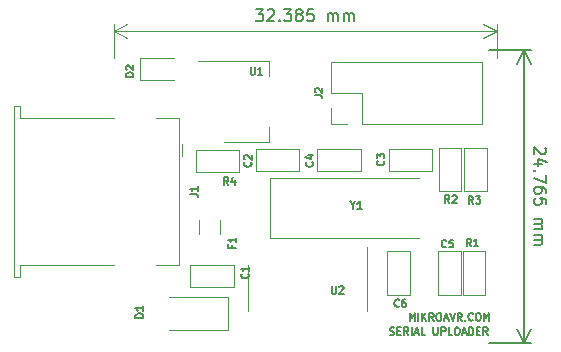
<source format=gbr>
G04 #@! TF.GenerationSoftware,KiCad,Pcbnew,5.1.9-73d0e3b20d~88~ubuntu20.04.1*
G04 #@! TF.CreationDate,2021-01-20T21:34:12+07:00*
G04 #@! TF.ProjectId,ch340G_uploader,63683334-3047-45f7-9570-6c6f61646572,rev?*
G04 #@! TF.SameCoordinates,Original*
G04 #@! TF.FileFunction,Legend,Top*
G04 #@! TF.FilePolarity,Positive*
%FSLAX46Y46*%
G04 Gerber Fmt 4.6, Leading zero omitted, Abs format (unit mm)*
G04 Created by KiCad (PCBNEW 5.1.9-73d0e3b20d~88~ubuntu20.04.1) date 2021-01-20 21:34:12*
%MOMM*%
%LPD*%
G01*
G04 APERTURE LIST*
%ADD10C,0.150000*%
%ADD11C,0.120000*%
%ADD12C,0.158750*%
%ADD13C,0.152400*%
G04 APERTURE END LIST*
D10*
X153949180Y-69199642D02*
X153996800Y-69247261D01*
X154044419Y-69342500D01*
X154044419Y-69580595D01*
X153996800Y-69675833D01*
X153949180Y-69723452D01*
X153853942Y-69771071D01*
X153758704Y-69771071D01*
X153615847Y-69723452D01*
X153044419Y-69152023D01*
X153044419Y-69771071D01*
X153711085Y-70628214D02*
X153044419Y-70628214D01*
X154092038Y-70390119D02*
X153377752Y-70152023D01*
X153377752Y-70771071D01*
X153139657Y-71152023D02*
X153092038Y-71199642D01*
X153044419Y-71152023D01*
X153092038Y-71104404D01*
X153139657Y-71152023D01*
X153044419Y-71152023D01*
X154044419Y-71532976D02*
X154044419Y-72199642D01*
X153044419Y-71771071D01*
X154044419Y-73009166D02*
X154044419Y-72818690D01*
X153996800Y-72723452D01*
X153949180Y-72675833D01*
X153806323Y-72580595D01*
X153615847Y-72532976D01*
X153234895Y-72532976D01*
X153139657Y-72580595D01*
X153092038Y-72628214D01*
X153044419Y-72723452D01*
X153044419Y-72913928D01*
X153092038Y-73009166D01*
X153139657Y-73056785D01*
X153234895Y-73104404D01*
X153472990Y-73104404D01*
X153568228Y-73056785D01*
X153615847Y-73009166D01*
X153663466Y-72913928D01*
X153663466Y-72723452D01*
X153615847Y-72628214D01*
X153568228Y-72580595D01*
X153472990Y-72532976D01*
X154044419Y-74009166D02*
X154044419Y-73532976D01*
X153568228Y-73485357D01*
X153615847Y-73532976D01*
X153663466Y-73628214D01*
X153663466Y-73866309D01*
X153615847Y-73961547D01*
X153568228Y-74009166D01*
X153472990Y-74056785D01*
X153234895Y-74056785D01*
X153139657Y-74009166D01*
X153092038Y-73961547D01*
X153044419Y-73866309D01*
X153044419Y-73628214D01*
X153092038Y-73532976D01*
X153139657Y-73485357D01*
X153044419Y-75247261D02*
X153711085Y-75247261D01*
X153615847Y-75247261D02*
X153663466Y-75294880D01*
X153711085Y-75390119D01*
X153711085Y-75532976D01*
X153663466Y-75628214D01*
X153568228Y-75675833D01*
X153044419Y-75675833D01*
X153568228Y-75675833D02*
X153663466Y-75723452D01*
X153711085Y-75818690D01*
X153711085Y-75961547D01*
X153663466Y-76056785D01*
X153568228Y-76104404D01*
X153044419Y-76104404D01*
X153044419Y-76580595D02*
X153711085Y-76580595D01*
X153615847Y-76580595D02*
X153663466Y-76628214D01*
X153711085Y-76723452D01*
X153711085Y-76866309D01*
X153663466Y-76961547D01*
X153568228Y-77009166D01*
X153044419Y-77009166D01*
X153568228Y-77009166D02*
X153663466Y-77056785D01*
X153711085Y-77152023D01*
X153711085Y-77294880D01*
X153663466Y-77390119D01*
X153568228Y-77437738D01*
X153044419Y-77437738D01*
X152196800Y-60960000D02*
X152196800Y-85725000D01*
X149225000Y-60960000D02*
X152783221Y-60960000D01*
X149225000Y-85725000D02*
X152783221Y-85725000D01*
X152196800Y-85725000D02*
X151610379Y-84598496D01*
X152196800Y-85725000D02*
X152783221Y-84598496D01*
X152196800Y-60960000D02*
X151610379Y-62086504D01*
X152196800Y-60960000D02*
X152783221Y-62086504D01*
X129477023Y-57491380D02*
X130096071Y-57491380D01*
X129762738Y-57872333D01*
X129905595Y-57872333D01*
X130000833Y-57919952D01*
X130048452Y-57967571D01*
X130096071Y-58062809D01*
X130096071Y-58300904D01*
X130048452Y-58396142D01*
X130000833Y-58443761D01*
X129905595Y-58491380D01*
X129619880Y-58491380D01*
X129524642Y-58443761D01*
X129477023Y-58396142D01*
X130477023Y-57586619D02*
X130524642Y-57539000D01*
X130619880Y-57491380D01*
X130857976Y-57491380D01*
X130953214Y-57539000D01*
X131000833Y-57586619D01*
X131048452Y-57681857D01*
X131048452Y-57777095D01*
X131000833Y-57919952D01*
X130429404Y-58491380D01*
X131048452Y-58491380D01*
X131477023Y-58396142D02*
X131524642Y-58443761D01*
X131477023Y-58491380D01*
X131429404Y-58443761D01*
X131477023Y-58396142D01*
X131477023Y-58491380D01*
X131857976Y-57491380D02*
X132477023Y-57491380D01*
X132143690Y-57872333D01*
X132286547Y-57872333D01*
X132381785Y-57919952D01*
X132429404Y-57967571D01*
X132477023Y-58062809D01*
X132477023Y-58300904D01*
X132429404Y-58396142D01*
X132381785Y-58443761D01*
X132286547Y-58491380D01*
X132000833Y-58491380D01*
X131905595Y-58443761D01*
X131857976Y-58396142D01*
X133048452Y-57919952D02*
X132953214Y-57872333D01*
X132905595Y-57824714D01*
X132857976Y-57729476D01*
X132857976Y-57681857D01*
X132905595Y-57586619D01*
X132953214Y-57539000D01*
X133048452Y-57491380D01*
X133238928Y-57491380D01*
X133334166Y-57539000D01*
X133381785Y-57586619D01*
X133429404Y-57681857D01*
X133429404Y-57729476D01*
X133381785Y-57824714D01*
X133334166Y-57872333D01*
X133238928Y-57919952D01*
X133048452Y-57919952D01*
X132953214Y-57967571D01*
X132905595Y-58015190D01*
X132857976Y-58110428D01*
X132857976Y-58300904D01*
X132905595Y-58396142D01*
X132953214Y-58443761D01*
X133048452Y-58491380D01*
X133238928Y-58491380D01*
X133334166Y-58443761D01*
X133381785Y-58396142D01*
X133429404Y-58300904D01*
X133429404Y-58110428D01*
X133381785Y-58015190D01*
X133334166Y-57967571D01*
X133238928Y-57919952D01*
X134334166Y-57491380D02*
X133857976Y-57491380D01*
X133810357Y-57967571D01*
X133857976Y-57919952D01*
X133953214Y-57872333D01*
X134191309Y-57872333D01*
X134286547Y-57919952D01*
X134334166Y-57967571D01*
X134381785Y-58062809D01*
X134381785Y-58300904D01*
X134334166Y-58396142D01*
X134286547Y-58443761D01*
X134191309Y-58491380D01*
X133953214Y-58491380D01*
X133857976Y-58443761D01*
X133810357Y-58396142D01*
X135572261Y-58491380D02*
X135572261Y-57824714D01*
X135572261Y-57919952D02*
X135619880Y-57872333D01*
X135715119Y-57824714D01*
X135857976Y-57824714D01*
X135953214Y-57872333D01*
X136000833Y-57967571D01*
X136000833Y-58491380D01*
X136000833Y-57967571D02*
X136048452Y-57872333D01*
X136143690Y-57824714D01*
X136286547Y-57824714D01*
X136381785Y-57872333D01*
X136429404Y-57967571D01*
X136429404Y-58491380D01*
X136905595Y-58491380D02*
X136905595Y-57824714D01*
X136905595Y-57919952D02*
X136953214Y-57872333D01*
X137048452Y-57824714D01*
X137191309Y-57824714D01*
X137286547Y-57872333D01*
X137334166Y-57967571D01*
X137334166Y-58491380D01*
X137334166Y-57967571D02*
X137381785Y-57872333D01*
X137477023Y-57824714D01*
X137619880Y-57824714D01*
X137715119Y-57872333D01*
X137762738Y-57967571D01*
X137762738Y-58491380D01*
D11*
X117475000Y-59309000D02*
X149860000Y-59309000D01*
X117475000Y-61595000D02*
X117475000Y-58722579D01*
X149860000Y-61595000D02*
X149860000Y-58722579D01*
X149860000Y-59309000D02*
X148733496Y-59895421D01*
X149860000Y-59309000D02*
X148733496Y-58722579D01*
X117475000Y-59309000D02*
X118601504Y-59895421D01*
X117475000Y-59309000D02*
X118601504Y-58722579D01*
D12*
X140827880Y-85029523D02*
X140918595Y-85059761D01*
X141069785Y-85059761D01*
X141130261Y-85029523D01*
X141160500Y-84999285D01*
X141190738Y-84938809D01*
X141190738Y-84878333D01*
X141160500Y-84817857D01*
X141130261Y-84787619D01*
X141069785Y-84757380D01*
X140948833Y-84727142D01*
X140888357Y-84696904D01*
X140858119Y-84666666D01*
X140827880Y-84606190D01*
X140827880Y-84545714D01*
X140858119Y-84485238D01*
X140888357Y-84455000D01*
X140948833Y-84424761D01*
X141100023Y-84424761D01*
X141190738Y-84455000D01*
X141462880Y-84727142D02*
X141674547Y-84727142D01*
X141765261Y-85059761D02*
X141462880Y-85059761D01*
X141462880Y-84424761D01*
X141765261Y-84424761D01*
X142400261Y-85059761D02*
X142188595Y-84757380D01*
X142037404Y-85059761D02*
X142037404Y-84424761D01*
X142279309Y-84424761D01*
X142339785Y-84455000D01*
X142370023Y-84485238D01*
X142400261Y-84545714D01*
X142400261Y-84636428D01*
X142370023Y-84696904D01*
X142339785Y-84727142D01*
X142279309Y-84757380D01*
X142037404Y-84757380D01*
X142672404Y-85059761D02*
X142672404Y-84424761D01*
X142944547Y-84878333D02*
X143246928Y-84878333D01*
X142884071Y-85059761D02*
X143095738Y-84424761D01*
X143307404Y-85059761D01*
X143821452Y-85059761D02*
X143519071Y-85059761D01*
X143519071Y-84424761D01*
X144516928Y-84424761D02*
X144516928Y-84938809D01*
X144547166Y-84999285D01*
X144577404Y-85029523D01*
X144637880Y-85059761D01*
X144758833Y-85059761D01*
X144819309Y-85029523D01*
X144849547Y-84999285D01*
X144879785Y-84938809D01*
X144879785Y-84424761D01*
X145182166Y-85059761D02*
X145182166Y-84424761D01*
X145424071Y-84424761D01*
X145484547Y-84455000D01*
X145514785Y-84485238D01*
X145545023Y-84545714D01*
X145545023Y-84636428D01*
X145514785Y-84696904D01*
X145484547Y-84727142D01*
X145424071Y-84757380D01*
X145182166Y-84757380D01*
X146119547Y-85059761D02*
X145817166Y-85059761D01*
X145817166Y-84424761D01*
X146452166Y-84424761D02*
X146573119Y-84424761D01*
X146633595Y-84455000D01*
X146694071Y-84515476D01*
X146724309Y-84636428D01*
X146724309Y-84848095D01*
X146694071Y-84969047D01*
X146633595Y-85029523D01*
X146573119Y-85059761D01*
X146452166Y-85059761D01*
X146391690Y-85029523D01*
X146331214Y-84969047D01*
X146300976Y-84848095D01*
X146300976Y-84636428D01*
X146331214Y-84515476D01*
X146391690Y-84455000D01*
X146452166Y-84424761D01*
X146966214Y-84878333D02*
X147268595Y-84878333D01*
X146905738Y-85059761D02*
X147117404Y-84424761D01*
X147329071Y-85059761D01*
X147540738Y-85059761D02*
X147540738Y-84424761D01*
X147691928Y-84424761D01*
X147782642Y-84455000D01*
X147843119Y-84515476D01*
X147873357Y-84575952D01*
X147903595Y-84696904D01*
X147903595Y-84787619D01*
X147873357Y-84908571D01*
X147843119Y-84969047D01*
X147782642Y-85029523D01*
X147691928Y-85059761D01*
X147540738Y-85059761D01*
X148175738Y-84727142D02*
X148387404Y-84727142D01*
X148478119Y-85059761D02*
X148175738Y-85059761D01*
X148175738Y-84424761D01*
X148478119Y-84424761D01*
X149113119Y-85059761D02*
X148901452Y-84757380D01*
X148750261Y-85059761D02*
X148750261Y-84424761D01*
X148992166Y-84424761D01*
X149052642Y-84455000D01*
X149082880Y-84485238D01*
X149113119Y-84545714D01*
X149113119Y-84636428D01*
X149082880Y-84696904D01*
X149052642Y-84727142D01*
X148992166Y-84757380D01*
X148750261Y-84757380D01*
X142503071Y-83853261D02*
X142503071Y-83218261D01*
X142714738Y-83671833D01*
X142926404Y-83218261D01*
X142926404Y-83853261D01*
X143228785Y-83853261D02*
X143228785Y-83218261D01*
X143531166Y-83853261D02*
X143531166Y-83218261D01*
X143894023Y-83853261D02*
X143621880Y-83490404D01*
X143894023Y-83218261D02*
X143531166Y-83581119D01*
X144529023Y-83853261D02*
X144317357Y-83550880D01*
X144166166Y-83853261D02*
X144166166Y-83218261D01*
X144408071Y-83218261D01*
X144468547Y-83248500D01*
X144498785Y-83278738D01*
X144529023Y-83339214D01*
X144529023Y-83429928D01*
X144498785Y-83490404D01*
X144468547Y-83520642D01*
X144408071Y-83550880D01*
X144166166Y-83550880D01*
X144922119Y-83218261D02*
X145043071Y-83218261D01*
X145103547Y-83248500D01*
X145164023Y-83308976D01*
X145194261Y-83429928D01*
X145194261Y-83641595D01*
X145164023Y-83762547D01*
X145103547Y-83823023D01*
X145043071Y-83853261D01*
X144922119Y-83853261D01*
X144861642Y-83823023D01*
X144801166Y-83762547D01*
X144770928Y-83641595D01*
X144770928Y-83429928D01*
X144801166Y-83308976D01*
X144861642Y-83248500D01*
X144922119Y-83218261D01*
X145436166Y-83671833D02*
X145738547Y-83671833D01*
X145375690Y-83853261D02*
X145587357Y-83218261D01*
X145799023Y-83853261D01*
X145919976Y-83218261D02*
X146131642Y-83853261D01*
X146343309Y-83218261D01*
X146917833Y-83853261D02*
X146706166Y-83550880D01*
X146554976Y-83853261D02*
X146554976Y-83218261D01*
X146796880Y-83218261D01*
X146857357Y-83248500D01*
X146887595Y-83278738D01*
X146917833Y-83339214D01*
X146917833Y-83429928D01*
X146887595Y-83490404D01*
X146857357Y-83520642D01*
X146796880Y-83550880D01*
X146554976Y-83550880D01*
X147189976Y-83792785D02*
X147220214Y-83823023D01*
X147189976Y-83853261D01*
X147159738Y-83823023D01*
X147189976Y-83792785D01*
X147189976Y-83853261D01*
X147855214Y-83792785D02*
X147824976Y-83823023D01*
X147734261Y-83853261D01*
X147673785Y-83853261D01*
X147583071Y-83823023D01*
X147522595Y-83762547D01*
X147492357Y-83702071D01*
X147462119Y-83581119D01*
X147462119Y-83490404D01*
X147492357Y-83369452D01*
X147522595Y-83308976D01*
X147583071Y-83248500D01*
X147673785Y-83218261D01*
X147734261Y-83218261D01*
X147824976Y-83248500D01*
X147855214Y-83278738D01*
X148248309Y-83218261D02*
X148369261Y-83218261D01*
X148429738Y-83248500D01*
X148490214Y-83308976D01*
X148520452Y-83429928D01*
X148520452Y-83641595D01*
X148490214Y-83762547D01*
X148429738Y-83823023D01*
X148369261Y-83853261D01*
X148248309Y-83853261D01*
X148187833Y-83823023D01*
X148127357Y-83762547D01*
X148097119Y-83641595D01*
X148097119Y-83429928D01*
X148127357Y-83308976D01*
X148187833Y-83248500D01*
X148248309Y-83218261D01*
X148792595Y-83853261D02*
X148792595Y-83218261D01*
X149004261Y-83671833D01*
X149215928Y-83218261D01*
X149215928Y-83853261D01*
D11*
X124388000Y-69408000D02*
X128088000Y-69408000D01*
X124388000Y-71308000D02*
X124388000Y-69408000D01*
X128088000Y-71308000D02*
X124388000Y-71308000D01*
X128088000Y-69408000D02*
X128088000Y-71308000D01*
X119679000Y-63507500D02*
X122539000Y-63507500D01*
X119679000Y-61587500D02*
X119679000Y-63507500D01*
X122539000Y-61587500D02*
X119679000Y-61587500D01*
X149032000Y-69215500D02*
X149032000Y-72915500D01*
X147132000Y-69215500D02*
X149032000Y-69215500D01*
X147132000Y-72915500D02*
X147132000Y-69215500D01*
X149032000Y-72915500D02*
X147132000Y-72915500D01*
X146873000Y-69215500D02*
X146873000Y-72915500D01*
X144973000Y-69215500D02*
X146873000Y-69215500D01*
X144973000Y-72915500D02*
X144973000Y-69215500D01*
X146873000Y-72915500D02*
X144973000Y-72915500D01*
X148905000Y-77984500D02*
X148905000Y-81684500D01*
X147005000Y-77984500D02*
X148905000Y-77984500D01*
X147005000Y-81684500D02*
X147005000Y-77984500D01*
X148905000Y-81684500D02*
X147005000Y-81684500D01*
X140591500Y-81684500D02*
X140591500Y-77984500D01*
X142491500Y-77984500D02*
X142491500Y-81684500D01*
X140591500Y-77984500D02*
X142491500Y-77984500D01*
X142491500Y-81684500D02*
X140591500Y-81684500D01*
X146809500Y-77984500D02*
X146809500Y-81684500D01*
X144909500Y-81684500D02*
X144909500Y-77984500D01*
X146809500Y-81684500D02*
X144909500Y-81684500D01*
X144909500Y-77984500D02*
X146809500Y-77984500D01*
X134690000Y-69281000D02*
X138390000Y-69281000D01*
X138390000Y-71181000D02*
X134690000Y-71181000D01*
X138390000Y-69281000D02*
X138390000Y-71181000D01*
X134690000Y-71181000D02*
X134690000Y-69281000D01*
X144422500Y-71181000D02*
X140722500Y-71181000D01*
X140722500Y-69281000D02*
X144422500Y-69281000D01*
X140722500Y-71181000D02*
X140722500Y-69281000D01*
X144422500Y-69281000D02*
X144422500Y-71181000D01*
X129468000Y-69281000D02*
X133168000Y-69281000D01*
X133168000Y-71181000D02*
X129468000Y-71181000D01*
X133168000Y-69281000D02*
X133168000Y-71181000D01*
X129468000Y-71181000D02*
X129468000Y-69281000D01*
X127643500Y-81023500D02*
X123943500Y-81023500D01*
X123943500Y-79123500D02*
X127643500Y-79123500D01*
X123943500Y-81023500D02*
X123943500Y-79123500D01*
X127643500Y-79123500D02*
X127643500Y-81023500D01*
X128798000Y-81091000D02*
X128798000Y-83041000D01*
X128798000Y-81091000D02*
X128798000Y-79141000D01*
X138918000Y-81091000D02*
X138918000Y-83041000D01*
X138918000Y-81091000D02*
X138918000Y-77641000D01*
X126449500Y-76548064D02*
X126449500Y-75343936D01*
X124629500Y-76548064D02*
X124629500Y-75343936D01*
X109006200Y-65668200D02*
X109006200Y-80168200D01*
X109006200Y-80168200D02*
X109506200Y-80168200D01*
X109506200Y-80168200D02*
X109506200Y-79168200D01*
X109506200Y-79168200D02*
X117506200Y-79168200D01*
X121006200Y-79168200D02*
X123006200Y-79168200D01*
X123006200Y-79168200D02*
X123006200Y-66668200D01*
X123006200Y-66668200D02*
X121006200Y-66668200D01*
X117506200Y-66668200D02*
X109506200Y-66668200D01*
X109506200Y-66668200D02*
X109506200Y-65668200D01*
X109506200Y-65668200D02*
X109006200Y-65668200D01*
X123256200Y-68918200D02*
X123256200Y-69918200D01*
X135830000Y-67179500D02*
X135830000Y-65849500D01*
X137160000Y-67179500D02*
X135830000Y-67179500D01*
X135830000Y-64579500D02*
X135830000Y-61979500D01*
X138430000Y-64579500D02*
X135830000Y-64579500D01*
X138430000Y-67179500D02*
X138430000Y-64579500D01*
X135830000Y-61979500D02*
X148650000Y-61979500D01*
X138430000Y-67179500D02*
X148650000Y-67179500D01*
X148650000Y-67179500D02*
X148650000Y-61979500D01*
X130714000Y-76845000D02*
X143314000Y-76845000D01*
X130714000Y-71745000D02*
X130714000Y-76845000D01*
X143314000Y-71745000D02*
X130714000Y-71745000D01*
X124551000Y-61868000D02*
X130561000Y-61868000D01*
X126801000Y-68688000D02*
X130561000Y-68688000D01*
X130561000Y-61868000D02*
X130561000Y-63128000D01*
X130561000Y-68688000D02*
X130561000Y-67428000D01*
X127095500Y-84608500D02*
X122115500Y-84608500D01*
X127095500Y-81888500D02*
X122115500Y-81888500D01*
X127095500Y-84608500D02*
X127095500Y-81888500D01*
D10*
X127148166Y-72359761D02*
X126936500Y-72057380D01*
X126785309Y-72359761D02*
X126785309Y-71724761D01*
X127027214Y-71724761D01*
X127087690Y-71755000D01*
X127117928Y-71785238D01*
X127148166Y-71845714D01*
X127148166Y-71936428D01*
X127117928Y-71996904D01*
X127087690Y-72027142D01*
X127027214Y-72057380D01*
X126785309Y-72057380D01*
X127692452Y-71936428D02*
X127692452Y-72359761D01*
X127541261Y-71694523D02*
X127390071Y-72148095D01*
X127783166Y-72148095D01*
X119104761Y-63206690D02*
X118469761Y-63206690D01*
X118469761Y-63055500D01*
X118500000Y-62964785D01*
X118560476Y-62904309D01*
X118620952Y-62874071D01*
X118741904Y-62843833D01*
X118832619Y-62843833D01*
X118953571Y-62874071D01*
X119014047Y-62904309D01*
X119074523Y-62964785D01*
X119104761Y-63055500D01*
X119104761Y-63206690D01*
X118530238Y-62601928D02*
X118500000Y-62571690D01*
X118469761Y-62511214D01*
X118469761Y-62360023D01*
X118500000Y-62299547D01*
X118530238Y-62269309D01*
X118590714Y-62239071D01*
X118651190Y-62239071D01*
X118741904Y-62269309D01*
X119104761Y-62632166D01*
X119104761Y-62239071D01*
D13*
X147874566Y-73958561D02*
X147662900Y-73656180D01*
X147511709Y-73958561D02*
X147511709Y-73323561D01*
X147753614Y-73323561D01*
X147814090Y-73353800D01*
X147844328Y-73384038D01*
X147874566Y-73444514D01*
X147874566Y-73535228D01*
X147844328Y-73595704D01*
X147814090Y-73625942D01*
X147753614Y-73656180D01*
X147511709Y-73656180D01*
X148086233Y-73323561D02*
X148479328Y-73323561D01*
X148267661Y-73565466D01*
X148358376Y-73565466D01*
X148418852Y-73595704D01*
X148449090Y-73625942D01*
X148479328Y-73686419D01*
X148479328Y-73837609D01*
X148449090Y-73898085D01*
X148418852Y-73928323D01*
X148358376Y-73958561D01*
X148176947Y-73958561D01*
X148116471Y-73928323D01*
X148086233Y-73898085D01*
X145867966Y-73890461D02*
X145656300Y-73588080D01*
X145505109Y-73890461D02*
X145505109Y-73255461D01*
X145747014Y-73255461D01*
X145807490Y-73285700D01*
X145837728Y-73315938D01*
X145867966Y-73376414D01*
X145867966Y-73467128D01*
X145837728Y-73527604D01*
X145807490Y-73557842D01*
X145747014Y-73588080D01*
X145505109Y-73588080D01*
X146109871Y-73315938D02*
X146140109Y-73285700D01*
X146200585Y-73255461D01*
X146351776Y-73255461D01*
X146412252Y-73285700D01*
X146442490Y-73315938D01*
X146472728Y-73376414D01*
X146472728Y-73436890D01*
X146442490Y-73527604D01*
X146079633Y-73890461D01*
X146472728Y-73890461D01*
X147701566Y-77551961D02*
X147489900Y-77249580D01*
X147338709Y-77551961D02*
X147338709Y-76916961D01*
X147580614Y-76916961D01*
X147641090Y-76947200D01*
X147671328Y-76977438D01*
X147701566Y-77037914D01*
X147701566Y-77128628D01*
X147671328Y-77189104D01*
X147641090Y-77219342D01*
X147580614Y-77249580D01*
X147338709Y-77249580D01*
X148306328Y-77551961D02*
X147943471Y-77551961D01*
X148124900Y-77551961D02*
X148124900Y-76916961D01*
X148064423Y-77007676D01*
X148003947Y-77068152D01*
X147943471Y-77098390D01*
X141600766Y-82624385D02*
X141570528Y-82654623D01*
X141479814Y-82684861D01*
X141419338Y-82684861D01*
X141328623Y-82654623D01*
X141268147Y-82594147D01*
X141237909Y-82533671D01*
X141207671Y-82412719D01*
X141207671Y-82322004D01*
X141237909Y-82201052D01*
X141268147Y-82140576D01*
X141328623Y-82080100D01*
X141419338Y-82049861D01*
X141479814Y-82049861D01*
X141570528Y-82080100D01*
X141600766Y-82110338D01*
X142145052Y-82049861D02*
X142024100Y-82049861D01*
X141963623Y-82080100D01*
X141933385Y-82110338D01*
X141872909Y-82201052D01*
X141842671Y-82322004D01*
X141842671Y-82563909D01*
X141872909Y-82624385D01*
X141903147Y-82654623D01*
X141963623Y-82684861D01*
X142084576Y-82684861D01*
X142145052Y-82654623D01*
X142175290Y-82624385D01*
X142205528Y-82563909D01*
X142205528Y-82412719D01*
X142175290Y-82352242D01*
X142145052Y-82322004D01*
X142084576Y-82291766D01*
X141963623Y-82291766D01*
X141903147Y-82322004D01*
X141872909Y-82352242D01*
X141842671Y-82412719D01*
X145606066Y-77591485D02*
X145575828Y-77621723D01*
X145485114Y-77651961D01*
X145424638Y-77651961D01*
X145333923Y-77621723D01*
X145273447Y-77561247D01*
X145243209Y-77500771D01*
X145212971Y-77379819D01*
X145212971Y-77289104D01*
X145243209Y-77168152D01*
X145273447Y-77107676D01*
X145333923Y-77047200D01*
X145424638Y-77016961D01*
X145485114Y-77016961D01*
X145575828Y-77047200D01*
X145606066Y-77077438D01*
X146180590Y-77016961D02*
X145878209Y-77016961D01*
X145847971Y-77319342D01*
X145878209Y-77289104D01*
X145938685Y-77258866D01*
X146089876Y-77258866D01*
X146150352Y-77289104D01*
X146180590Y-77319342D01*
X146210828Y-77379819D01*
X146210828Y-77531009D01*
X146180590Y-77591485D01*
X146150352Y-77621723D01*
X146089876Y-77651961D01*
X145938685Y-77651961D01*
X145878209Y-77621723D01*
X145847971Y-77591485D01*
X134262585Y-70413033D02*
X134292823Y-70443271D01*
X134323061Y-70533985D01*
X134323061Y-70594461D01*
X134292823Y-70685176D01*
X134232347Y-70745652D01*
X134171871Y-70775890D01*
X134050919Y-70806128D01*
X133960204Y-70806128D01*
X133839252Y-70775890D01*
X133778776Y-70745652D01*
X133718300Y-70685176D01*
X133688061Y-70594461D01*
X133688061Y-70533985D01*
X133718300Y-70443271D01*
X133748538Y-70413033D01*
X133899728Y-69868747D02*
X134323061Y-69868747D01*
X133657823Y-70019938D02*
X134111395Y-70171128D01*
X134111395Y-69778033D01*
X140307785Y-70311433D02*
X140338023Y-70341671D01*
X140368261Y-70432385D01*
X140368261Y-70492861D01*
X140338023Y-70583576D01*
X140277547Y-70644052D01*
X140217071Y-70674290D01*
X140096119Y-70704528D01*
X140005404Y-70704528D01*
X139884452Y-70674290D01*
X139823976Y-70644052D01*
X139763500Y-70583576D01*
X139733261Y-70492861D01*
X139733261Y-70432385D01*
X139763500Y-70341671D01*
X139793738Y-70311433D01*
X139733261Y-70099766D02*
X139733261Y-69706671D01*
X139975166Y-69918338D01*
X139975166Y-69827623D01*
X140005404Y-69767147D01*
X140035642Y-69736909D01*
X140096119Y-69706671D01*
X140247309Y-69706671D01*
X140307785Y-69736909D01*
X140338023Y-69767147D01*
X140368261Y-69827623D01*
X140368261Y-70009052D01*
X140338023Y-70069528D01*
X140307785Y-70099766D01*
X129055585Y-70438433D02*
X129085823Y-70468671D01*
X129116061Y-70559385D01*
X129116061Y-70619861D01*
X129085823Y-70710576D01*
X129025347Y-70771052D01*
X128964871Y-70801290D01*
X128843919Y-70831528D01*
X128753204Y-70831528D01*
X128632252Y-70801290D01*
X128571776Y-70771052D01*
X128511300Y-70710576D01*
X128481061Y-70619861D01*
X128481061Y-70559385D01*
X128511300Y-70468671D01*
X128541538Y-70438433D01*
X128541538Y-70196528D02*
X128511300Y-70166290D01*
X128481061Y-70105814D01*
X128481061Y-69954623D01*
X128511300Y-69894147D01*
X128541538Y-69863909D01*
X128602014Y-69833671D01*
X128662490Y-69833671D01*
X128753204Y-69863909D01*
X129116061Y-70226766D01*
X129116061Y-69833671D01*
X128820285Y-79879333D02*
X128850523Y-79909571D01*
X128880761Y-80000285D01*
X128880761Y-80060761D01*
X128850523Y-80151476D01*
X128790047Y-80211952D01*
X128729571Y-80242190D01*
X128608619Y-80272428D01*
X128517904Y-80272428D01*
X128396952Y-80242190D01*
X128336476Y-80211952D01*
X128276000Y-80151476D01*
X128245761Y-80060761D01*
X128245761Y-80000285D01*
X128276000Y-79909571D01*
X128306238Y-79879333D01*
X128880761Y-79274571D02*
X128880761Y-79637428D01*
X128880761Y-79456000D02*
X128245761Y-79456000D01*
X128336476Y-79516476D01*
X128396952Y-79576952D01*
X128427190Y-79637428D01*
X135914190Y-80932261D02*
X135914190Y-81446309D01*
X135944428Y-81506785D01*
X135974666Y-81537023D01*
X136035142Y-81567261D01*
X136156095Y-81567261D01*
X136216571Y-81537023D01*
X136246809Y-81506785D01*
X136277047Y-81446309D01*
X136277047Y-80932261D01*
X136549190Y-80992738D02*
X136579428Y-80962500D01*
X136639904Y-80932261D01*
X136791095Y-80932261D01*
X136851571Y-80962500D01*
X136881809Y-80992738D01*
X136912047Y-81053214D01*
X136912047Y-81113690D01*
X136881809Y-81204404D01*
X136518952Y-81567261D01*
X136912047Y-81567261D01*
X127462642Y-77491166D02*
X127462642Y-77702833D01*
X127795261Y-77702833D02*
X127160261Y-77702833D01*
X127160261Y-77400452D01*
X127795261Y-76825928D02*
X127795261Y-77188785D01*
X127795261Y-77007357D02*
X127160261Y-77007357D01*
X127250976Y-77067833D01*
X127311452Y-77128309D01*
X127341690Y-77188785D01*
X123908461Y-73129866D02*
X124362033Y-73129866D01*
X124452747Y-73160104D01*
X124513223Y-73220580D01*
X124543461Y-73311295D01*
X124543461Y-73371771D01*
X124543461Y-72494866D02*
X124543461Y-72857723D01*
X124543461Y-72676295D02*
X123908461Y-72676295D01*
X123999176Y-72736771D01*
X124059652Y-72797247D01*
X124089890Y-72857723D01*
X134482261Y-64791166D02*
X134935833Y-64791166D01*
X135026547Y-64821404D01*
X135087023Y-64881880D01*
X135117261Y-64972595D01*
X135117261Y-65033071D01*
X134542738Y-64519023D02*
X134512500Y-64488785D01*
X134482261Y-64428309D01*
X134482261Y-64277119D01*
X134512500Y-64216642D01*
X134542738Y-64186404D01*
X134603214Y-64156166D01*
X134663690Y-64156166D01*
X134754404Y-64186404D01*
X135117261Y-64549261D01*
X135117261Y-64156166D01*
X137683119Y-74089380D02*
X137683119Y-74391761D01*
X137471452Y-73756761D02*
X137683119Y-74089380D01*
X137894785Y-73756761D01*
X138439071Y-74391761D02*
X138076214Y-74391761D01*
X138257642Y-74391761D02*
X138257642Y-73756761D01*
X138197166Y-73847476D01*
X138136690Y-73907952D01*
X138076214Y-73938190D01*
X129031190Y-62390261D02*
X129031190Y-62904309D01*
X129061428Y-62964785D01*
X129091666Y-62995023D01*
X129152142Y-63025261D01*
X129273095Y-63025261D01*
X129333571Y-62995023D01*
X129363809Y-62964785D01*
X129394047Y-62904309D01*
X129394047Y-62390261D01*
X130029047Y-63025261D02*
X129666190Y-63025261D01*
X129847619Y-63025261D02*
X129847619Y-62390261D01*
X129787142Y-62480976D01*
X129726666Y-62541452D01*
X129666190Y-62571690D01*
X119921261Y-83602890D02*
X119286261Y-83602890D01*
X119286261Y-83451700D01*
X119316500Y-83360985D01*
X119376976Y-83300509D01*
X119437452Y-83270271D01*
X119558404Y-83240033D01*
X119649119Y-83240033D01*
X119770071Y-83270271D01*
X119830547Y-83300509D01*
X119891023Y-83360985D01*
X119921261Y-83451700D01*
X119921261Y-83602890D01*
X119921261Y-82635271D02*
X119921261Y-82998128D01*
X119921261Y-82816700D02*
X119286261Y-82816700D01*
X119376976Y-82877176D01*
X119437452Y-82937652D01*
X119467690Y-82998128D01*
M02*

</source>
